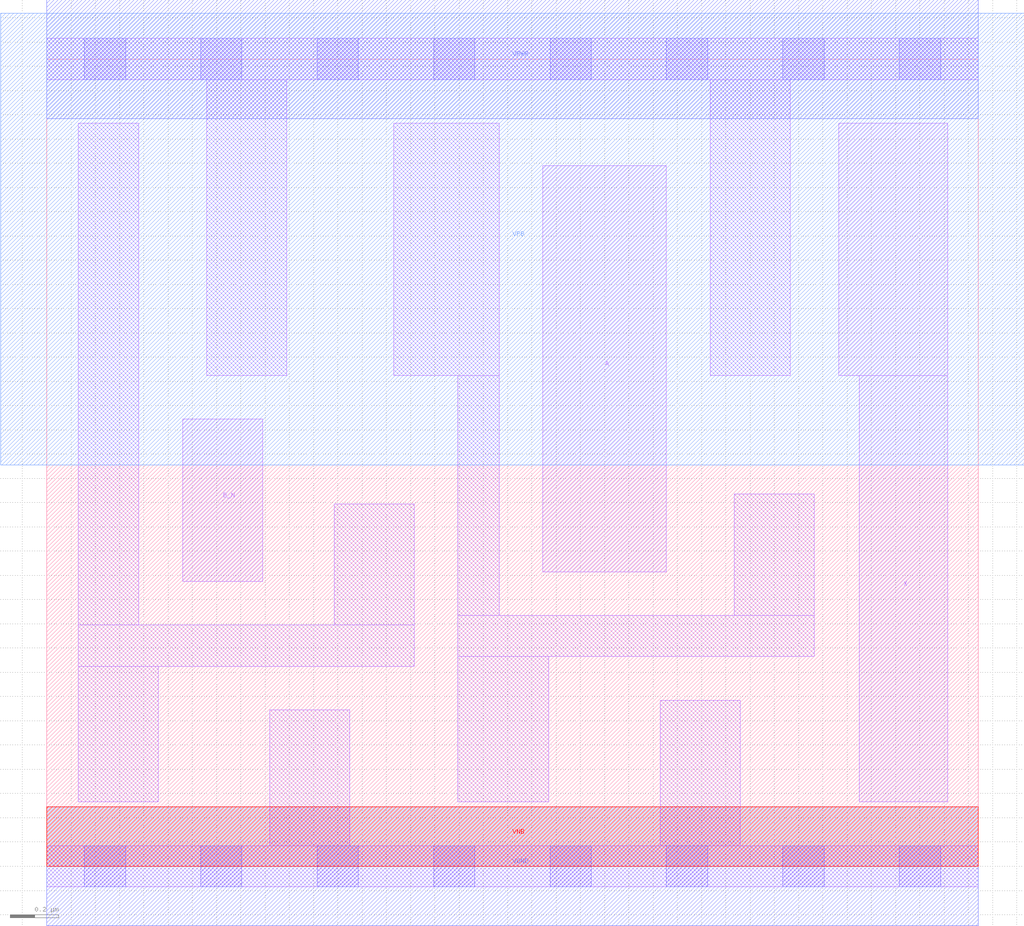
<source format=lef>
# Copyright 2020 The SkyWater PDK Authors
#
# Licensed under the Apache License, Version 2.0 (the "License");
# you may not use this file except in compliance with the License.
# You may obtain a copy of the License at
#
#     https://www.apache.org/licenses/LICENSE-2.0
#
# Unless required by applicable law or agreed to in writing, software
# distributed under the License is distributed on an "AS IS" BASIS,
# WITHOUT WARRANTIES OR CONDITIONS OF ANY KIND, either express or implied.
# See the License for the specific language governing permissions and
# limitations under the License.
#
# SPDX-License-Identifier: Apache-2.0

VERSION 5.7 ;
  NOWIREEXTENSIONATPIN ON ;
  DIVIDERCHAR "/" ;
  BUSBITCHARS "[]" ;
MACRO sky130_fd_sc_lp__or2b_lp
  CLASS CORE ;
  FOREIGN sky130_fd_sc_lp__or2b_lp ;
  ORIGIN  0.000000  0.000000 ;
  SIZE  3.840000 BY  3.330000 ;
  SYMMETRY X Y R90 ;
  SITE unit ;
  PIN A
    ANTENNAGATEAREA  0.376000 ;
    DIRECTION INPUT ;
    USE SIGNAL ;
    PORT
      LAYER li1 ;
        RECT 2.045000 1.215000 2.555000 2.890000 ;
    END
  END A
  PIN B_N
    ANTENNAGATEAREA  0.376000 ;
    DIRECTION INPUT ;
    USE SIGNAL ;
    PORT
      LAYER li1 ;
        RECT 0.560000 1.175000 0.890000 1.845000 ;
    END
  END B_N
  PIN X
    ANTENNADIFFAREA  0.404700 ;
    DIRECTION OUTPUT ;
    USE SIGNAL ;
    PORT
      LAYER li1 ;
        RECT 3.265000 2.025000 3.715000 3.065000 ;
        RECT 3.350000 0.265000 3.715000 2.025000 ;
    END
  END X
  PIN VGND
    DIRECTION INOUT ;
    USE GROUND ;
    PORT
      LAYER met1 ;
        RECT 0.000000 -0.245000 3.840000 0.245000 ;
    END
  END VGND
  PIN VNB
    DIRECTION INOUT ;
    USE GROUND ;
    PORT
      LAYER pwell ;
        RECT 0.000000 0.000000 3.840000 0.245000 ;
    END
  END VNB
  PIN VPB
    DIRECTION INOUT ;
    USE POWER ;
    PORT
      LAYER nwell ;
        RECT -0.190000 1.655000 4.030000 3.520000 ;
    END
  END VPB
  PIN VPWR
    DIRECTION INOUT ;
    USE POWER ;
    PORT
      LAYER met1 ;
        RECT 0.000000 3.085000 3.840000 3.575000 ;
    END
  END VPWR
  OBS
    LAYER li1 ;
      RECT 0.000000 -0.085000 3.840000 0.085000 ;
      RECT 0.000000  3.245000 3.840000 3.415000 ;
      RECT 0.130000  0.265000 0.460000 0.825000 ;
      RECT 0.130000  0.825000 1.515000 0.995000 ;
      RECT 0.130000  0.995000 0.380000 3.065000 ;
      RECT 0.660000  2.025000 0.990000 3.245000 ;
      RECT 0.920000  0.085000 1.250000 0.645000 ;
      RECT 1.185000  0.995000 1.515000 1.495000 ;
      RECT 1.430000  2.025000 1.865000 3.065000 ;
      RECT 1.695000  0.265000 2.070000 0.865000 ;
      RECT 1.695000  0.865000 3.165000 1.035000 ;
      RECT 1.695000  1.035000 1.865000 2.025000 ;
      RECT 2.530000  0.085000 2.860000 0.685000 ;
      RECT 2.735000  2.025000 3.065000 3.245000 ;
      RECT 2.835000  1.035000 3.165000 1.535000 ;
    LAYER mcon ;
      RECT 0.155000 -0.085000 0.325000 0.085000 ;
      RECT 0.155000  3.245000 0.325000 3.415000 ;
      RECT 0.635000 -0.085000 0.805000 0.085000 ;
      RECT 0.635000  3.245000 0.805000 3.415000 ;
      RECT 1.115000 -0.085000 1.285000 0.085000 ;
      RECT 1.115000  3.245000 1.285000 3.415000 ;
      RECT 1.595000 -0.085000 1.765000 0.085000 ;
      RECT 1.595000  3.245000 1.765000 3.415000 ;
      RECT 2.075000 -0.085000 2.245000 0.085000 ;
      RECT 2.075000  3.245000 2.245000 3.415000 ;
      RECT 2.555000 -0.085000 2.725000 0.085000 ;
      RECT 2.555000  3.245000 2.725000 3.415000 ;
      RECT 3.035000 -0.085000 3.205000 0.085000 ;
      RECT 3.035000  3.245000 3.205000 3.415000 ;
      RECT 3.515000 -0.085000 3.685000 0.085000 ;
      RECT 3.515000  3.245000 3.685000 3.415000 ;
  END
END sky130_fd_sc_lp__or2b_lp
END LIBRARY

</source>
